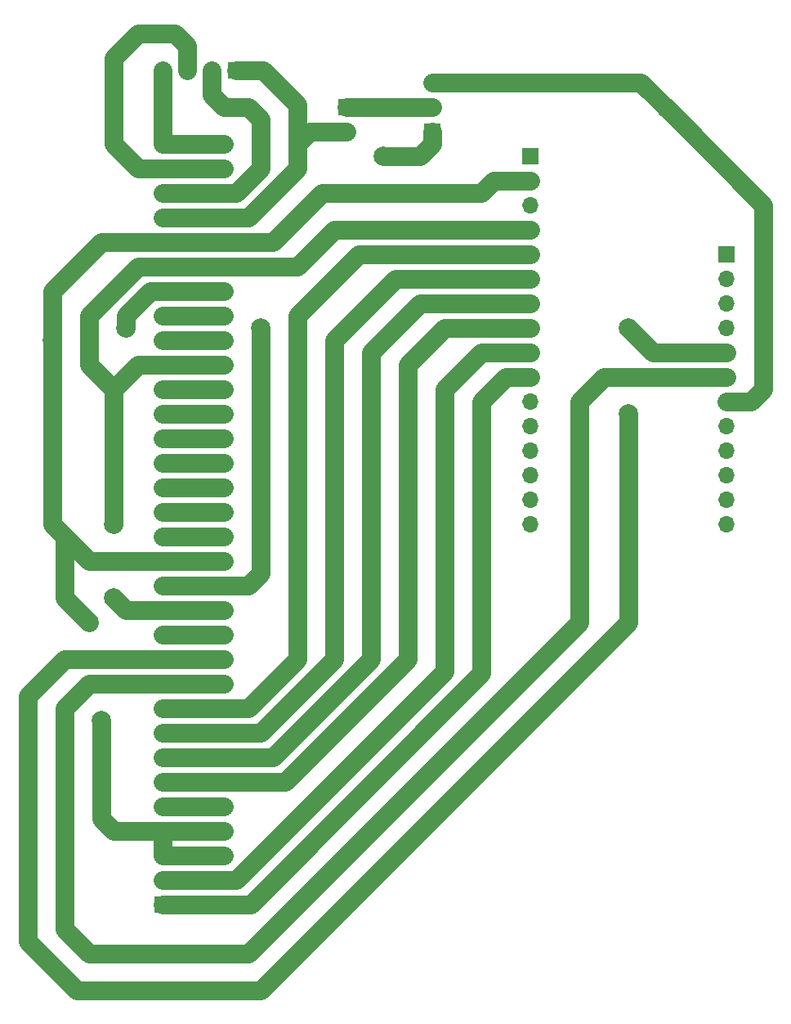
<source format=gbr>
G04 #@! TF.GenerationSoftware,KiCad,Pcbnew,5.1.2-f72e74a~84~ubuntu18.04.1*
G04 #@! TF.CreationDate,2019-12-29T11:51:02-05:00*
G04 #@! TF.ProjectId,knuth-gateway,6b6e7574-682d-4676-9174-657761792e6b,rev?*
G04 #@! TF.SameCoordinates,PX18392c0PY8b48bd0*
G04 #@! TF.FileFunction,Copper,L2,Bot*
G04 #@! TF.FilePolarity,Positive*
%FSLAX46Y46*%
G04 Gerber Fmt 4.6, Leading zero omitted, Abs format (unit mm)*
G04 Created by KiCad (PCBNEW 5.1.2-f72e74a~84~ubuntu18.04.1) date 2019-12-29 11:51:02*
%MOMM*%
%LPD*%
G04 APERTURE LIST*
%ADD10R,1.700000X1.700000*%
%ADD11O,1.700000X1.700000*%
%ADD12C,2.000000*%
%ADD13C,1.905000*%
G04 APERTURE END LIST*
D10*
X78740000Y86360000D03*
D11*
X78740000Y83820000D03*
X78740000Y81280000D03*
X78740000Y78740000D03*
X78740000Y76200000D03*
X78740000Y73660000D03*
X78740000Y71120000D03*
X78740000Y68580000D03*
X78740000Y66040000D03*
X78740000Y63500000D03*
X78740000Y60960000D03*
X78740000Y58420000D03*
D10*
X26670000Y19050000D03*
D11*
X26670000Y21590000D03*
X26670000Y24130000D03*
X26670000Y26670000D03*
X26670000Y29210000D03*
X26670000Y31750000D03*
X26670000Y34290000D03*
X26670000Y36830000D03*
X26670000Y39370000D03*
X26670000Y41910000D03*
X26670000Y44450000D03*
X26670000Y46990000D03*
X26670000Y49530000D03*
X26670000Y52070000D03*
X26670000Y54610000D03*
X26670000Y57150000D03*
X26670000Y59690000D03*
X26670000Y62230000D03*
X26670000Y64770000D03*
X26670000Y67310000D03*
X26670000Y69850000D03*
X26670000Y72390000D03*
X26670000Y74930000D03*
X26670000Y77470000D03*
X26670000Y80010000D03*
X26670000Y82550000D03*
X26670000Y85090000D03*
X26670000Y87630000D03*
X26670000Y90170000D03*
X26670000Y92710000D03*
X26670000Y95250000D03*
X26670000Y97790000D03*
X39370000Y99060000D03*
D10*
X39370000Y101600000D03*
D11*
X48260000Y104140000D03*
X48260000Y101600000D03*
D10*
X48260000Y99060000D03*
D11*
X20320000Y97790000D03*
X20320000Y95250000D03*
X20320000Y92710000D03*
X20320000Y90170000D03*
X20320000Y87630000D03*
X20320000Y85090000D03*
X20320000Y82550000D03*
X20320000Y80010000D03*
X20320000Y77470000D03*
X20320000Y74930000D03*
X20320000Y72390000D03*
X20320000Y69850000D03*
X20320000Y67310000D03*
X20320000Y64770000D03*
X20320000Y62230000D03*
X20320000Y59690000D03*
X20320000Y57150000D03*
X20320000Y54610000D03*
X20320000Y52070000D03*
X20320000Y49530000D03*
X20320000Y46990000D03*
X20320000Y44450000D03*
X20320000Y41910000D03*
X20320000Y39370000D03*
X20320000Y36830000D03*
X20320000Y34290000D03*
X20320000Y31750000D03*
X20320000Y29210000D03*
X20320000Y26670000D03*
X20320000Y24130000D03*
X20320000Y21590000D03*
D10*
X20320000Y19050000D03*
X58420000Y96520000D03*
D11*
X58420000Y93980000D03*
X58420000Y91440000D03*
X58420000Y88900000D03*
X58420000Y86360000D03*
X58420000Y83820000D03*
X58420000Y81280000D03*
X58420000Y78740000D03*
X58420000Y76200000D03*
X58420000Y73660000D03*
X58420000Y71120000D03*
X58420000Y68580000D03*
X58420000Y66040000D03*
X58420000Y63500000D03*
X58420000Y60960000D03*
X58420000Y58420000D03*
X20320000Y105410000D03*
X22860000Y105410000D03*
X25400000Y105410000D03*
D10*
X27940000Y105410000D03*
D12*
X68580000Y78740000D03*
X68580000Y69850000D03*
X13970000Y38100000D03*
X12700000Y48260000D03*
X16510000Y78740000D03*
X8890000Y77470000D03*
X15240000Y50800000D03*
X15240000Y58420000D03*
X30480000Y78740000D03*
X43180000Y96520000D03*
D13*
X26670000Y29210000D02*
X20320000Y29210000D01*
X78740000Y76200000D02*
X73660000Y76200000D01*
X73660000Y76200000D02*
X71120000Y76200000D01*
X71120000Y76200000D02*
X68580000Y78740000D01*
X26670000Y44450000D02*
X20320000Y44450000D01*
X10160000Y44450000D02*
X6350000Y40640000D01*
X68580000Y48260000D02*
X68580000Y69850000D01*
X20320000Y44450000D02*
X10160000Y44450000D01*
X11430000Y10160000D02*
X30480000Y10160000D01*
X6350000Y40640000D02*
X6350000Y15240000D01*
X6350000Y15240000D02*
X11430000Y10160000D01*
X30480000Y10160000D02*
X68580000Y48260000D01*
X26670000Y41910000D02*
X20320000Y41910000D01*
X10160000Y39370000D02*
X12700000Y41910000D01*
X19050000Y41910000D02*
X17780000Y41910000D01*
X12700000Y41910000D02*
X19050000Y41910000D01*
X10160000Y16510000D02*
X10160000Y39370000D01*
X29210000Y13970000D02*
X12700000Y13970000D01*
X20320000Y41910000D02*
X19050000Y41910000D01*
X78740000Y73660000D02*
X66040000Y73660000D01*
X12700000Y13970000D02*
X10160000Y16510000D01*
X66040000Y73660000D02*
X63500000Y71120000D01*
X63500000Y71120000D02*
X63500000Y48260000D01*
X63500000Y48260000D02*
X29210000Y13970000D01*
X82550000Y72390000D02*
X82550000Y91440000D01*
X78740000Y71120000D02*
X81280000Y71120000D01*
X81280000Y71120000D02*
X82550000Y72390000D01*
X69850000Y104140000D02*
X73025000Y100965000D01*
X48260000Y104140000D02*
X69850000Y104140000D01*
X82550000Y91440000D02*
X73025000Y100965000D01*
X73025000Y100965000D02*
X72390000Y101600000D01*
X26670000Y87630000D02*
X31750000Y87630000D01*
X58420000Y93980000D02*
X54610000Y93980000D01*
X54610000Y93980000D02*
X53340000Y92710000D01*
X36830000Y92710000D02*
X31750000Y87630000D01*
X53340000Y92710000D02*
X36830000Y92710000D01*
X26670000Y24130000D02*
X20320000Y24130000D01*
X20320000Y26670000D02*
X26670000Y26670000D01*
X26670000Y54610000D02*
X20320000Y54610000D01*
X26670000Y82550000D02*
X20320000Y82550000D01*
X26670000Y87630000D02*
X20320000Y87630000D01*
X20320000Y24130000D02*
X20320000Y26670000D01*
X20320000Y26670000D02*
X15240000Y26670000D01*
X15240000Y26670000D02*
X13970000Y27940000D01*
X13970000Y27940000D02*
X13970000Y38100000D01*
X20320000Y54610000D02*
X12700000Y54610000D01*
X12700000Y54610000D02*
X10160000Y57150000D01*
X10160000Y50800000D02*
X10160000Y57150000D01*
X10160000Y50800000D02*
X12700000Y48260000D01*
X20320000Y82550000D02*
X19050000Y82550000D01*
X19050000Y82550000D02*
X16510000Y80010000D01*
X16510000Y80010000D02*
X16510000Y78740000D01*
X8890000Y82550000D02*
X8890000Y77470000D01*
X20320000Y87630000D02*
X13970000Y87630000D01*
X13970000Y87630000D02*
X8890000Y82550000D01*
X8890000Y58420000D02*
X10160000Y57150000D01*
X8890000Y77470000D02*
X8890000Y58420000D01*
X34290000Y85090000D02*
X26670000Y85090000D01*
X58420000Y88900000D02*
X38100000Y88900000D01*
X38100000Y88900000D02*
X34290000Y85090000D01*
X26670000Y49530000D02*
X20320000Y49530000D01*
X26670000Y74930000D02*
X20320000Y74930000D01*
X26670000Y85090000D02*
X20320000Y85090000D01*
X20320000Y49530000D02*
X17780000Y49530000D01*
X17780000Y49530000D02*
X16510000Y49530000D01*
X16510000Y49530000D02*
X15240000Y50800000D01*
X15240000Y58420000D02*
X15240000Y72390000D01*
X17780000Y74930000D02*
X20320000Y74930000D01*
X15240000Y72390000D02*
X17780000Y74930000D01*
X13970000Y73660000D02*
X15240000Y72390000D01*
X12700000Y74930000D02*
X13970000Y73660000D01*
X12700000Y80010000D02*
X12700000Y74930000D01*
X20320000Y85090000D02*
X17780000Y85090000D01*
X17780000Y85090000D02*
X12700000Y80010000D01*
X29210000Y39370000D02*
X26670000Y39370000D01*
X58420000Y86360000D02*
X40640000Y86360000D01*
X40640000Y86360000D02*
X34290000Y80010000D01*
X26670000Y39370000D02*
X20320000Y39370000D01*
X34290000Y80010000D02*
X34290000Y44450000D01*
X34290000Y44450000D02*
X29210000Y39370000D01*
X30480000Y36830000D02*
X26670000Y36830000D01*
X58420000Y83820000D02*
X44450000Y83820000D01*
X38100000Y44450000D02*
X30480000Y36830000D01*
X38100000Y77470000D02*
X38100000Y44450000D01*
X44450000Y83820000D02*
X38100000Y77470000D01*
X26670000Y36830000D02*
X20320000Y36830000D01*
X46990000Y81280000D02*
X58420000Y81280000D01*
X41910000Y76200000D02*
X46990000Y81280000D01*
X41910000Y44450000D02*
X41910000Y76200000D01*
X26670000Y34290000D02*
X31750000Y34290000D01*
X31750000Y34290000D02*
X41910000Y44450000D01*
X26670000Y34290000D02*
X20320000Y34290000D01*
X45720000Y44450000D02*
X33020000Y31750000D01*
X33020000Y31750000D02*
X26670000Y31750000D01*
X45720000Y74930000D02*
X45720000Y44450000D01*
X58420000Y78740000D02*
X49530000Y78740000D01*
X49530000Y78740000D02*
X45720000Y74930000D01*
X26670000Y31750000D02*
X20320000Y31750000D01*
X27940000Y21590000D02*
X26670000Y21590000D01*
X49530000Y43180000D02*
X27940000Y21590000D01*
X49530000Y72390000D02*
X49530000Y43180000D01*
X58420000Y76200000D02*
X53340000Y76200000D01*
X53340000Y76200000D02*
X49530000Y72390000D01*
X20320000Y21590000D02*
X26670000Y21590000D01*
X29425000Y19050000D02*
X26670000Y19050000D01*
X53340000Y42965000D02*
X29425000Y19050000D01*
X53340000Y71120000D02*
X53340000Y42965000D01*
X58420000Y73660000D02*
X55880000Y73660000D01*
X55880000Y73660000D02*
X53340000Y71120000D01*
X26670000Y19050000D02*
X20320000Y19050000D01*
X26670000Y46990000D02*
X20320000Y46990000D01*
X30480000Y78740000D02*
X30480000Y53340000D01*
X29210000Y52070000D02*
X26670000Y52070000D01*
X30480000Y53340000D02*
X29210000Y52070000D01*
X48260000Y99060000D02*
X48260000Y97790000D01*
X48260000Y97790000D02*
X46990000Y96520000D01*
X46990000Y96520000D02*
X43180000Y96520000D01*
X26670000Y52070000D02*
X20320000Y52070000D01*
X26670000Y57150000D02*
X20320000Y57150000D01*
X26670000Y59690000D02*
X20320000Y59690000D01*
X26670000Y62230000D02*
X20320000Y62230000D01*
X26670000Y64770000D02*
X20320000Y64770000D01*
X26670000Y67310000D02*
X20320000Y67310000D01*
X26670000Y69850000D02*
X20320000Y69850000D01*
X26670000Y72390000D02*
X20320000Y72390000D01*
X26670000Y77470000D02*
X20320000Y77470000D01*
X26670000Y80010000D02*
X20320000Y80010000D01*
X34290000Y95250000D02*
X29210000Y90170000D01*
X29210000Y90170000D02*
X26670000Y90170000D01*
X30695000Y105410000D02*
X34290000Y101815000D01*
X27940000Y105410000D02*
X30695000Y105410000D01*
X35560000Y99060000D02*
X34290000Y97790000D01*
X39370000Y99060000D02*
X35560000Y99060000D01*
X34290000Y101815000D02*
X34290000Y97790000D01*
X34290000Y97790000D02*
X34290000Y95250000D01*
X26670000Y90170000D02*
X20320000Y90170000D01*
X25400000Y102870000D02*
X25400000Y105410000D01*
X27940000Y92710000D02*
X30480000Y95250000D01*
X26670000Y92710000D02*
X27940000Y92710000D01*
X30480000Y100330000D02*
X29210000Y101600000D01*
X30480000Y95250000D02*
X30480000Y100330000D01*
X29210000Y101600000D02*
X26670000Y101600000D01*
X26670000Y101600000D02*
X25400000Y102870000D01*
X26670000Y92710000D02*
X20320000Y92710000D01*
X17780000Y95250000D02*
X20320000Y95250000D01*
X22860000Y105410000D02*
X22860000Y107950000D01*
X15240000Y97790000D02*
X17780000Y95250000D01*
X21590000Y109220000D02*
X17780000Y109220000D01*
X22860000Y107950000D02*
X21590000Y109220000D01*
X17780000Y109220000D02*
X15240000Y106680000D01*
X15240000Y106680000D02*
X15240000Y97790000D01*
X26670000Y95250000D02*
X20320000Y95250000D01*
X20320000Y105410000D02*
X20320000Y97790000D01*
X26670000Y97790000D02*
X20320000Y97790000D01*
X48260000Y101600000D02*
X39370000Y101600000D01*
M02*

</source>
